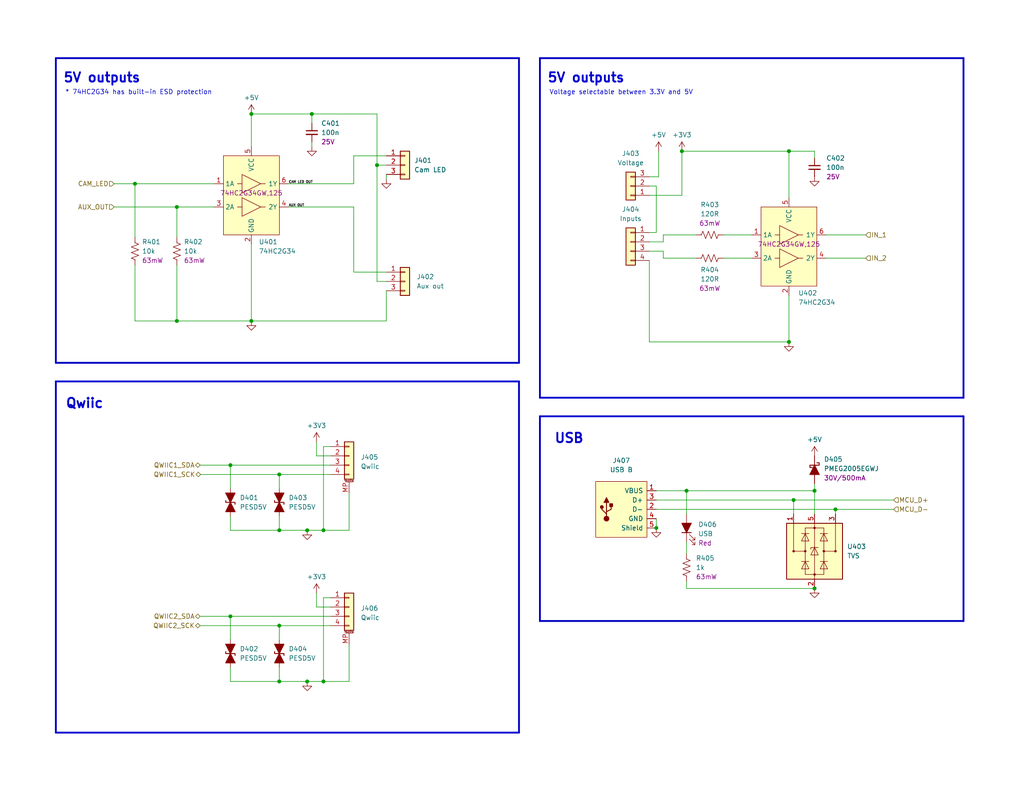
<source format=kicad_sch>
(kicad_sch (version 20211123) (generator eeschema)
  (paper "USLetter")
  (title_block (title "Starfish") (date "2022-09-10") (rev "v0") (company "Winterbloom") (comment 1 "Alethea Flowers") (comment 2 "CERN-OHL-P V2") (comment 3 "jellyfish.wntr.dev"))
  (lib_symbols
    (symbol "74HC2G34_1"
      (property "Reference" "U" (at -7.62 11.43 0))
      (property "Value" "74HC2G34_1" (at 1.27 11.43 0))
      (property "MPN" "74HC2G34GW,125" (at 0 0 0))
      (symbol "74HC2G34_1_0_0"
        (pin input line (at -10.16 2.54 0) (length 2.54) (name "1A") (number "1"))
        (pin power_in line (at 0 -13.97 90) (length 2.54) (name "GND") (number "2"))
        (pin input line (at -10.16 -3.81 0) (length 2.54) (name "2A") (number "3"))
        (pin output line (at 10.16 -3.81 180) (length 2.54) (name "2Y") (number "4"))
        (pin power_in line (at 0 12.7 270) (length 2.54) (name "VCC") (number "5"))
        (pin output line (at 10.16 2.54 180) (length 2.54) (name "1Y") (number "6"))
      )
      (symbol "74HC2G34_1_0_1"
        (rectangle (start -7.62 10.16) (end 7.62 -11.43) (fill (type background)))
        (polyline (pts (xy -2.54 -3.81) (xy -3.81 -3.81)))
        (polyline (pts (xy -2.54 2.54) (xy -3.81 2.54)))
        (polyline (pts (xy 2.54 -3.81) (xy 3.81 -3.81)))
        (polyline (pts (xy 2.54 2.54) (xy 3.81 2.54)))
        (polyline (pts (xy -2.54 -5.08) (xy -2.54 -1.27) (xy 2.54 -3.81) (xy -2.54 -6.35) (xy -2.54 -5.08)))
        (polyline (pts (xy -2.54 1.27) (xy -2.54 5.08) (xy 2.54 2.54) (xy -2.54 0) (xy -2.54 1.27)))
      )
    )
    (symbol "Connector_Generic:Conn_01x03" (pin_names (offset 1.016) hide)
      (property "Reference" "J" (at 0 5.08 0))
      (property "Value" "Conn_01x03" (at 0 -5.08 0))
      (symbol "Conn_01x03_1_1"
        (rectangle (start -1.27 -2.413) (end 0 -2.667) (stroke (width 0.1524)))
        (rectangle (start -1.27 0.127) (end 0 -0.127) (stroke (width 0.1524)))
        (rectangle (start -1.27 2.667) (end 0 2.413) (stroke (width 0.1524)))
        (rectangle (start -1.27 3.81) (end 1.27 -3.81) (stroke (width 0.254)) (fill (type background)))
        (pin passive line (at -5.08 2.54 0) (length 3.81) (name "Pin_1") (number "1"))
        (pin passive line (at -5.08 0 0) (length 3.81) (name "Pin_2") (number "2"))
        (pin passive line (at -5.08 -2.54 0) (length 3.81) (name "Pin_3") (number "3"))
      )
    )
    (symbol "Connector_Generic:Conn_01x04" (pin_names (offset 1.016) hide)
      (property "Reference" "J" (at 0 5.08 0))
      (property "Value" "Conn_01x04" (at 0 -7.62 0))
      (symbol "Conn_01x04_1_1"
        (rectangle (start -1.27 -4.953) (end 0 -5.207) (stroke (width 0.1524)))
        (rectangle (start -1.27 -2.413) (end 0 -2.667) (stroke (width 0.1524)))
        (rectangle (start -1.27 0.127) (end 0 -0.127) (stroke (width 0.1524)))
        (rectangle (start -1.27 2.667) (end 0 2.413) (stroke (width 0.1524)))
        (rectangle (start -1.27 3.81) (end 1.27 -6.35) (stroke (width 0.254)) (fill (type background)))
        (pin passive line (at -5.08 2.54 0) (length 3.81) (name "Pin_1") (number "1"))
        (pin passive line (at -5.08 0 0) (length 3.81) (name "Pin_2") (number "2"))
        (pin passive line (at -5.08 -2.54 0) (length 3.81) (name "Pin_3") (number "3"))
        (pin passive line (at -5.08 -5.08 0) (length 3.81) (name "Pin_4") (number "4"))
      )
    )
    (symbol "Connector_Generic_MountingPin:Conn_01x04_MountingPin" (pin_names (offset 1.016) hide)
      (property "Reference" "J" (at 0 5.08 0))
      (property "Value" "Conn_01x04_MountingPin" (at 1.27 -7.62 0))
      (symbol "Conn_01x04_MountingPin_1_1"
        (rectangle (start -1.27 -4.953) (end 0 -5.207) (stroke (width 0.1524)))
        (rectangle (start -1.27 -2.413) (end 0 -2.667) (stroke (width 0.1524)))
        (rectangle (start -1.27 0.127) (end 0 -0.127) (stroke (width 0.1524)))
        (rectangle (start -1.27 2.667) (end 0 2.413) (stroke (width 0.1524)))
        (rectangle (start -1.27 3.81) (end 1.27 -6.35) (stroke (width 0.254)) (fill (type background)))
        (polyline (pts (xy -1.016 -7.112) (xy 1.016 -7.112)) (stroke (width 0.1524)))
        (text "Mounting" (at 0 -6.731 0) (effects (font (size 0.381 0.381))))
        (pin passive line (at -5.08 2.54 0) (length 3.81) (name "Pin_1") (number "1"))
        (pin passive line (at -5.08 0 0) (length 3.81) (name "Pin_2") (number "2"))
        (pin passive line (at -5.08 -2.54 0) (length 3.81) (name "Pin_3") (number "3"))
        (pin passive line (at -5.08 -5.08 0) (length 3.81) (name "Pin_4") (number "4"))
        (pin passive line (at 0 -10.16 90) (length 3.048) (name "MountPin") (number "MP"))
      )
    )
    (symbol "Device:C_Small" (pin_numbers hide) (pin_names (offset 0.254) hide)
      (property "Reference" "C" (at 0.254 1.778 0))
      (property "Value" "C_Small" (at 0.254 -2.032 0))
      (symbol "C_Small_0_1"
        (polyline (pts (xy -1.524 -0.508) (xy 1.524 -0.508)) (stroke (width 0.3302)))
        (polyline (pts (xy -1.524 0.508) (xy 1.524 0.508)) (stroke (width 0.3048)))
      )
      (symbol "C_Small_1_1"
        (pin passive line (at 0 2.54 270) (length 2.032) (name "~") (number "1"))
        (pin passive line (at 0 -2.54 90) (length 2.032) (name "~") (number "2"))
      )
    )
    (symbol "Device:D_Schottky_Filled" (pin_numbers hide) (pin_names (offset 1.016) hide)
      (property "Reference" "D" (at 0 2.54 0))
      (property "Value" "D_Schottky_Filled" (at 0 -2.54 0))
      (symbol "D_Schottky_Filled_0_1"
        (polyline (pts (xy 1.27 0) (xy -1.27 0)))
        (polyline (pts (xy 1.27 1.27) (xy 1.27 -1.27) (xy -1.27 0) (xy 1.27 1.27)) (stroke (width 0.254)) (fill (type outline)))
        (polyline (pts (xy -1.905 0.635) (xy -1.905 1.27) (xy -1.27 1.27) (xy -1.27 -1.27) (xy -0.635 -1.27) (xy -0.635 -0.635)) (stroke (width 0.254)))
      )
      (symbol "D_Schottky_Filled_1_1"
        (pin passive line (at -3.81 0 0) (length 2.54) (name "K") (number "1"))
        (pin passive line (at 3.81 0 180) (length 2.54) (name "A") (number "2"))
      )
    )
    (symbol "Device:D_TVS_Filled" (pin_numbers hide) (pin_names (offset 1.016) hide)
      (property "Reference" "D" (at 0 2.54 0))
      (property "Value" "D_TVS_Filled" (at 0 -2.54 0))
      (symbol "D_TVS_Filled_0_1"
        (polyline (pts (xy 1.27 0) (xy -1.27 0)))
        (polyline (pts (xy -2.54 -1.27) (xy 0 0) (xy -2.54 1.27) (xy -2.54 -1.27)) (stroke (width 0.254)) (fill (type outline)))
        (polyline (pts (xy 0.508 1.27) (xy 0 1.27) (xy 0 -1.27) (xy -0.508 -1.27)) (stroke (width 0.254)))
        (polyline (pts (xy 2.54 1.27) (xy 2.54 -1.27) (xy 0 0) (xy 2.54 1.27)) (stroke (width 0.254)) (fill (type outline)))
      )
      (symbol "D_TVS_Filled_1_1"
        (pin passive line (at -3.81 0 0) (length 2.54) (name "A1") (number "1"))
        (pin passive line (at 3.81 0 180) (length 2.54) (name "A2") (number "2"))
      )
    )
    (symbol "Device:LED_Filled" (pin_numbers hide) (pin_names (offset 1.016) hide)
      (property "Reference" "D" (at 0 2.54 0))
      (property "Value" "LED_Filled" (at 0 -2.54 0))
      (symbol "LED_Filled_0_1"
        (polyline (pts (xy -1.27 -1.27) (xy -1.27 1.27)) (stroke (width 0.254)))
        (polyline (pts (xy -1.27 0) (xy 1.27 0)))
        (polyline (pts (xy 1.27 -1.27) (xy 1.27 1.27) (xy -1.27 0) (xy 1.27 -1.27)) (stroke (width 0.254)) (fill (type outline)))
        (polyline (pts (xy -3.048 -0.762) (xy -4.572 -2.286) (xy -3.81 -2.286) (xy -4.572 -2.286) (xy -4.572 -1.524)))
        (polyline (pts (xy -1.778 -0.762) (xy -3.302 -2.286) (xy -2.54 -2.286) (xy -3.302 -2.286) (xy -3.302 -1.524)))
      )
      (symbol "LED_Filled_1_1"
        (pin passive line (at -3.81 0 0) (length 2.54) (name "K") (number "1"))
        (pin passive line (at 3.81 0 180) (length 2.54) (name "A") (number "2"))
      )
    )
    (symbol "Device:R_US" (pin_numbers hide) (pin_names (offset 0))
      (property "Reference" "R" (at 2.54 0 90))
      (property "Value" "R_US" (at -2.54 0 90))
      (symbol "R_US_0_1"
        (polyline (pts (xy 0 -2.286) (xy 0 -2.54)))
        (polyline (pts (xy 0 2.286) (xy 0 2.54)))
        (polyline (pts (xy 0 -0.762) (xy 1.016 -1.143) (xy 0 -1.524) (xy -1.016 -1.905) (xy 0 -2.286)))
        (polyline (pts (xy 0 0.762) (xy 1.016 0.381) (xy 0 0) (xy -1.016 -0.381) (xy 0 -0.762)))
        (polyline (pts (xy 0 2.286) (xy 1.016 1.905) (xy 0 1.524) (xy -1.016 1.143) (xy 0 0.762)))
      )
      (symbol "R_US_1_1"
        (pin passive line (at 0 3.81 270) (length 1.27) (name "~") (number "1"))
        (pin passive line (at 0 -3.81 90) (length 1.27) (name "~") (number "2"))
      )
    )
    (symbol "power:+3V3" (power) (pin_names (offset 0))
      (property "Value" "+3V3" (at 0 3.556 0))
      (symbol "+3V3_0_1"
        (polyline (pts (xy -0.762 1.27) (xy 0 2.54)))
        (polyline (pts (xy 0 0) (xy 0 2.54)))
        (polyline (pts (xy 0 2.54) (xy 0.762 1.27)))
      )
      (symbol "+3V3_1_1"
        (pin power_in line (at 0 0 90) (length 0) hide (name "+3V3") (number "1"))
      )
    )
    (symbol "power:+5V" (power) (pin_names (offset 0))
      (property "Value" "+5V" (at 0 3.556 0))
      (symbol "+5V_0_1"
        (polyline (pts (xy -0.762 1.27) (xy 0 2.54)))
        (polyline (pts (xy 0 0) (xy 0 2.54)))
        (polyline (pts (xy 0 2.54) (xy 0.762 1.27)))
      )
      (symbol "+5V_1_1"
        (pin power_in line (at 0 0 90) (length 0) hide (name "+5V") (number "1"))
      )
    )
    (symbol "power:GND" (power) (pin_names (offset 0))
      (property "Value" "GND" (at 0 -3.81 0))
      (symbol "GND_0_1"
        (polyline (pts (xy 0 0) (xy 0 -1.27) (xy 1.27 -1.27) (xy 0 -2.54) (xy -1.27 -1.27) (xy 0 -1.27)))
      )
      (symbol "GND_1_1"
        (pin power_in line (at 0 0 270) (length 0) hide (name "GND") (number "1"))
      )
    )
    (symbol "winterbloom:74HC2G34"
      (property "Reference" "U" (at -7.62 11.43 0))
      (property "Value" "74HC2G34" (at 1.27 11.43 0))
      (property "MPN" "74HC2G34GW,125" (at 0 0 0))
      (symbol "74HC2G34_0_0"
        (pin input line (at -10.16 2.54 0) (length 2.54) (name "1A") (number "1"))
        (pin power_in line (at 0 -13.97 90) (length 2.54) (name "GND") (number "2"))
        (pin input line (at -10.16 -3.81 0) (length 2.54) (name "2A") (number "3"))
        (pin output line (at 10.16 -3.81 180) (length 2.54) (name "2Y") (number "4"))
        (pin power_in line (at 0 12.7 270) (length 2.54) (name "VCC") (number "5"))
        (pin output line (at 10.16 2.54 180) (length 2.54) (name "1Y") (number "6"))
      )
      (symbol "74HC2G34_0_1"
        (rectangle (start -7.62 10.16) (end 7.62 -11.43) (fill (type background)))
        (polyline (pts (xy -2.54 -3.81) (xy -3.81 -3.81)))
        (polyline (pts (xy -2.54 2.54) (xy -3.81 2.54)))
        (polyline (pts (xy 2.54 -3.81) (xy 3.81 -3.81)))
        (polyline (pts (xy 2.54 2.54) (xy 3.81 2.54)))
        (polyline (pts (xy -2.54 -5.08) (xy -2.54 -1.27) (xy 2.54 -3.81) (xy -2.54 -6.35) (xy -2.54 -5.08)))
        (polyline (pts (xy -2.54 1.27) (xy -2.54 5.08) (xy 2.54 2.54) (xy -2.54 0) (xy -2.54 1.27)))
      )
    )
    (symbol "winterbloom:USBLC6-2SC6" (pin_names hide)
      (property "Reference" "U4" (at -7.62 -8.89 0))
      (property "Value" "USBLC6-2SC6" (at 2.54 -8.89 0))
      (symbol "USBLC6-2SC6_0_1"
        (rectangle (start -7.62 -7.62) (end 7.62 7.62) (stroke (width 0.254)) (fill (type background)))
        (circle (center -5.715 0) (radius 0.254) (fill (type outline)))
        (circle (center -2.54 0) (radius 0.254) (fill (type outline)))
        (rectangle (start -2.54 6.35) (end 2.54 -6.35))
        (circle (center 0 -6.35) (radius 0.254) (fill (type outline)))
        (polyline (pts (xy -1.524 -2.794) (xy -3.556 -2.794)))
        (polyline (pts (xy -1.524 4.826) (xy -3.556 4.826)))
        (polyline (pts (xy 0 -7.62) (xy 0 -6.35)))
        (polyline (pts (xy 0 -6.35) (xy 0 1.27)))
        (polyline (pts (xy 0 1.27) (xy 0 6.35)))
        (polyline (pts (xy 0 6.35) (xy 0 7.62)))
        (polyline (pts (xy 1.524 -2.794) (xy 3.556 -2.794)))
        (polyline (pts (xy 1.524 4.826) (xy 3.556 4.826)))
        (polyline (pts (xy -2.54 0) (xy -5.715 0) (xy -5.715 7.62)))
        (polyline (pts (xy 2.54 0) (xy 5.715 0) (xy 5.715 7.62)))
        (polyline (pts (xy -3.556 -4.826) (xy -1.524 -4.826) (xy -2.54 -2.794) (xy -3.556 -4.826)))
        (polyline (pts (xy -3.556 2.794) (xy -1.524 2.794) (xy -2.54 4.826) (xy -3.556 2.794)))
        (polyline (pts (xy -1.016 -1.016) (xy 1.016 -1.016) (xy 0 1.016) (xy -1.016 -1.016)))
        (polyline (pts (xy 1.016 1.016) (xy 0.762 1.016) (xy -1.016 1.016) (xy -1.016 0.508)))
        (polyline (pts (xy 3.556 -4.826) (xy 1.524 -4.826) (xy 2.54 -2.794) (xy 3.556 -4.826)))
        (polyline (pts (xy 3.556 2.794) (xy 1.524 2.794) (xy 2.54 4.826) (xy 3.556 2.794)))
        (circle (center 0 6.35) (radius 0.254) (fill (type outline)))
        (circle (center 2.54 0) (radius 0.254) (fill (type outline)))
        (circle (center 5.715 0) (radius 0.254) (fill (type outline)))
      )
      (symbol "USBLC6-2SC6_1_1"
        (pin passive line (at -5.715 10.16 270) (length 2.54) (name "D-") (number "1"))
        (pin passive line (at 0 -10.16 90) (length 2.54) (name "GND") (number "2"))
        (pin passive line (at 5.715 10.16 270) (length 2.54) (name "D+") (number "3"))
        (pin passive line (at 5.715 10.16 270) (length 2.54) hide (name "D+") (number "4"))
        (pin passive line (at 0 10.16 270) (length 2.54) (name "VBUS") (number "5"))
        (pin passive line (at -5.715 10.16 270) (length 2.54) hide (name "D-") (number "6"))
      )
    )
    (symbol "winterbloom:USB_B_Receptacle" (pin_names (offset 1.016))
      (property "Reference" "J" (at -7.62 8.89 0))
      (property "Value" "USB_B_Receptacle" (at -7.62 -8.89 0))
      (symbol "USB_B_Receptacle_0_0"
        (rectangle (start 6.35 -7.62) (end -7.62 7.62) (fill (type background)))
      )
      (symbol "USB_B_Receptacle_0_1"
        (circle (center -5.969 0.635) (radius 0.381) (stroke (width 0.254)) (fill (type outline)))
        (circle (center -4.699 -2.54) (radius 0.635) (stroke (width 0.254)) (fill (type outline)))
        (rectangle (start -3.81 1.524) (end -3.048 0.762) (stroke (width 0.254)) (fill (type outline)))
        (polyline (pts (xy -4.699 -0.635) (xy -4.699 1.905)) (stroke (width 0.254)))
        (polyline (pts (xy -5.334 1.905) (xy -4.064 1.905) (xy -4.699 3.175) (xy -5.334 1.905)) (stroke (width 0.254)) (fill (type outline)))
        (polyline (pts (xy -4.699 -1.905) (xy -4.699 -1.27) (xy -5.969 0) (xy -5.969 0.635)) (stroke (width 0.254)))
        (polyline (pts (xy -4.699 -1.27) (xy -4.699 -0.635) (xy -3.429 0) (xy -3.429 1.27)) (stroke (width 0.254)))
      )
      (symbol "USB_B_Receptacle_1_1"
        (pin power_out line (at 8.89 5.08 180) (length 2.54) (name "VBUS") (number "1"))
        (pin passive line (at 8.89 0 180) (length 2.54) (name "D-") (number "2"))
        (pin passive line (at 8.89 2.54 180) (length 2.54) (name "D+") (number "3"))
        (pin passive line (at 8.89 -2.54 180) (length 2.54) (name "GND") (number "4"))
        (pin passive line (at 8.89 -5.08 180) (length 2.54) (name "Shield") (number "5"))
      )
    )
  )
  (junction (at 88.265 144.78))
  (junction (at 215.265 93.345))
  (junction (at 83.82 186.055))
  (junction (at 215.265 41.275))
  (junction (at 83.82 144.78))
  (junction (at 102.87 45.085))
  (junction (at 76.2 144.78))
  (junction (at 187.325 133.985))
  (junction (at 68.58 31.115))
  (junction (at 179.07 144.145))
  (junction (at 48.26 87.63))
  (junction (at 186.055 41.275))
  (junction (at 76.2 170.815))
  (junction (at 85.09 31.115))
  (junction (at 222.25 133.985))
  (junction (at 222.25 160.655))
  (junction (at 68.58 87.63))
  (junction (at 48.26 56.515))
  (junction (at 227.965 139.065))
  (junction (at 62.865 168.275))
  (junction (at 76.2 129.54))
  (junction (at 36.83 50.165))
  (junction (at 76.2 186.055))
  (junction (at 88.265 186.055))
  (junction (at 216.535 136.525))
  (junction (at 62.865 127))
  (wire (pts (xy 76.2 144.78) (xy 62.865 144.78)))
  (wire (pts (xy 85.09 31.115) (xy 85.09 33.655)))
  (wire (pts (xy 96.52 74.295) (xy 96.52 56.515)))
  (wire (pts (xy 62.865 127) (xy 90.17 127)))
  (wire (pts (xy 76.2 170.815) (xy 90.17 170.815)))
  (polyline (pts (xy 15.24 15.875) (xy 141.605 15.875)) (stroke (width 0.5) (type solid)))
  (wire (pts (xy 179.07 133.985) (xy 187.325 133.985)))
  (wire (pts (xy 54.61 127) (xy 62.865 127)))
  (polyline (pts (xy 262.89 15.875) (xy 262.89 108.585)) (stroke (width 0.5) (type solid)))
  (wire (pts (xy 88.265 121.92) (xy 88.265 144.78)))
  (wire (pts (xy 68.58 87.63) (xy 105.41 87.63)))
  (wire (pts (xy 215.265 41.275) (xy 222.25 41.275)))
  (wire (pts (xy 179.07 63.5) (xy 177.165 63.5)))
  (wire (pts (xy 216.535 136.525) (xy 243.84 136.525)))
  (polyline (pts (xy 141.605 99.06) (xy 15.24 99.06)) (stroke (width 0.5) (type solid)))
  (wire (pts (xy 85.09 38.735) (xy 85.09 40.005)))
  (polyline (pts (xy 147.32 15.875) (xy 147.32 108.585)) (stroke (width 0.5) (type solid)))
  (wire (pts (xy 54.61 168.275) (xy 62.865 168.275)))
  (polyline (pts (xy 141.605 104.14) (xy 141.605 200.025)) (stroke (width 0.5) (type solid)))
  (wire (pts (xy 76.2 170.815) (xy 76.2 174.625)))
  (polyline (pts (xy 15.24 104.14) (xy 141.605 104.14)) (stroke (width 0.5) (type solid)))
  (polyline (pts (xy 141.605 200.025) (xy 15.24 200.025)) (stroke (width 0.5) (type solid)))
  (wire (pts (xy 177.165 68.58) (xy 180.975 68.58)))
  (wire (pts (xy 215.265 93.345) (xy 215.265 80.645)))
  (wire (pts (xy 62.865 127) (xy 62.865 133.35)))
  (wire (pts (xy 187.325 160.655) (xy 187.325 158.75)))
  (wire (pts (xy 62.865 168.275) (xy 90.17 168.275)))
  (wire (pts (xy 197.485 70.485) (xy 205.105 70.485)))
  (wire (pts (xy 86.36 120.65) (xy 86.36 124.46)))
  (wire (pts (xy 68.58 31.115) (xy 85.09 31.115)))
  (wire (pts (xy 222.25 133.985) (xy 222.25 140.335)))
  (wire (pts (xy 58.42 50.165) (xy 36.83 50.165)))
  (wire (pts (xy 177.165 71.12) (xy 177.165 93.345)))
  (wire (pts (xy 227.965 139.065) (xy 243.84 139.065)))
  (wire (pts (xy 186.055 41.275) (xy 215.265 41.275)))
  (wire (pts (xy 180.975 70.485) (xy 189.865 70.485)))
  (wire (pts (xy 83.82 144.78) (xy 88.265 144.78)))
  (wire (pts (xy 31.115 56.515) (xy 48.26 56.515)))
  (wire (pts (xy 88.265 186.055) (xy 95.25 186.055)))
  (wire (pts (xy 68.58 31.115) (xy 68.58 40.005)))
  (wire (pts (xy 177.165 48.26) (xy 179.705 48.26)))
  (wire (pts (xy 179.07 141.605) (xy 179.07 144.145)))
  (wire (pts (xy 88.265 163.195) (xy 88.265 186.055)))
  (polyline (pts (xy 262.89 113.665) (xy 262.89 169.545)) (stroke (width 0.5) (type solid)))
  (wire (pts (xy 68.58 87.63) (xy 68.58 66.675)))
  (wire (pts (xy 186.055 41.275) (xy 186.055 53.34)))
  (polyline (pts (xy 147.32 15.875) (xy 262.89 15.875)) (stroke (width 0.5) (type solid)))
  (wire (pts (xy 36.83 50.165) (xy 36.83 64.77)))
  (wire (pts (xy 216.535 136.525) (xy 216.535 140.335)))
  (wire (pts (xy 225.425 64.135) (xy 236.22 64.135)))
  (wire (pts (xy 177.165 93.345) (xy 215.265 93.345)))
  (wire (pts (xy 96.52 50.165) (xy 78.74 50.165)))
  (wire (pts (xy 76.2 182.245) (xy 76.2 186.055)))
  (wire (pts (xy 105.41 87.63) (xy 105.41 79.375)))
  (wire (pts (xy 187.325 133.985) (xy 222.25 133.985)))
  (wire (pts (xy 187.325 151.13) (xy 187.325 147.955)))
  (wire (pts (xy 180.975 66.04) (xy 177.165 66.04)))
  (wire (pts (xy 95.25 134.62) (xy 95.25 144.78)))
  (wire (pts (xy 180.975 64.135) (xy 189.865 64.135)))
  (wire (pts (xy 86.36 165.735) (xy 90.17 165.735)))
  (wire (pts (xy 88.265 144.78) (xy 95.25 144.78)))
  (wire (pts (xy 102.87 76.835) (xy 105.41 76.835)))
  (wire (pts (xy 222.25 41.275) (xy 222.25 43.18)))
  (wire (pts (xy 31.115 50.165) (xy 36.83 50.165)))
  (wire (pts (xy 36.83 87.63) (xy 48.26 87.63)))
  (wire (pts (xy 227.965 139.065) (xy 227.965 140.335)))
  (wire (pts (xy 83.82 186.055) (xy 88.265 186.055)))
  (polyline (pts (xy 15.24 104.14) (xy 15.24 200.025)) (stroke (width 0.5) (type solid)))
  (wire (pts (xy 180.975 64.135) (xy 180.975 66.04)))
  (wire (pts (xy 85.09 31.115) (xy 102.87 31.115)))
  (wire (pts (xy 76.2 140.97) (xy 76.2 144.78)))
  (wire (pts (xy 62.865 186.055) (xy 62.865 182.245)))
  (wire (pts (xy 76.2 129.54) (xy 76.2 133.35)))
  (wire (pts (xy 62.865 144.78) (xy 62.865 140.97)))
  (polyline (pts (xy 147.32 113.665) (xy 147.32 169.545)) (stroke (width 0.5) (type solid)))
  (wire (pts (xy 102.87 45.085) (xy 102.87 76.835)))
  (polyline (pts (xy 141.605 15.875) (xy 141.605 99.06)) (stroke (width 0.5) (type solid)))
  (wire (pts (xy 86.36 124.46) (xy 90.17 124.46)))
  (polyline (pts (xy 15.24 15.875) (xy 15.24 99.06)) (stroke (width 0.5) (type solid)))
  (wire (pts (xy 222.25 132.08) (xy 222.25 133.985)))
  (wire (pts (xy 102.87 31.115) (xy 102.87 45.085)))
  (wire (pts (xy 179.07 136.525) (xy 216.535 136.525)))
  (wire (pts (xy 179.705 48.26) (xy 179.705 41.275)))
  (wire (pts (xy 197.485 64.135) (xy 205.105 64.135)))
  (wire (pts (xy 179.07 139.065) (xy 227.965 139.065)))
  (wire (pts (xy 90.17 121.92) (xy 88.265 121.92)))
  (wire (pts (xy 48.26 87.63) (xy 48.26 72.39)))
  (wire (pts (xy 48.26 64.77) (xy 48.26 56.515)))
  (wire (pts (xy 187.325 133.985) (xy 187.325 140.335)))
  (polyline (pts (xy 147.32 113.665) (xy 262.89 113.665)) (stroke (width 0.5) (type solid)))
  (wire (pts (xy 36.83 72.39) (xy 36.83 87.63)))
  (wire (pts (xy 177.165 50.8) (xy 179.07 50.8)))
  (wire (pts (xy 62.865 168.275) (xy 62.865 174.625)))
  (wire (pts (xy 96.52 56.515) (xy 78.74 56.515)))
  (wire (pts (xy 90.17 163.195) (xy 88.265 163.195)))
  (wire (pts (xy 96.52 42.545) (xy 96.52 50.165)))
  (wire (pts (xy 222.25 160.655) (xy 187.325 160.655)))
  (wire (pts (xy 54.61 129.54) (xy 76.2 129.54)))
  (wire (pts (xy 102.87 45.085) (xy 105.41 45.085)))
  (wire (pts (xy 54.61 170.815) (xy 76.2 170.815)))
  (wire (pts (xy 86.36 161.925) (xy 86.36 165.735)))
  (wire (pts (xy 76.2 129.54) (xy 90.17 129.54)))
  (wire (pts (xy 95.25 175.895) (xy 95.25 186.055)))
  (wire (pts (xy 96.52 74.295) (xy 105.41 74.295)))
  (wire (pts (xy 215.265 41.275) (xy 215.265 53.975)))
  (wire (pts (xy 180.975 68.58) (xy 180.975 70.485)))
  (wire (pts (xy 105.41 42.545) (xy 96.52 42.545)))
  (wire (pts (xy 83.82 186.055) (xy 76.2 186.055)))
  (polyline (pts (xy 262.89 169.545) (xy 147.32 169.545)) (stroke (width 0.5) (type solid)))
  (wire (pts (xy 48.26 56.515) (xy 58.42 56.515)))
  (wire (pts (xy 179.07 50.8) (xy 179.07 63.5)))
  (wire (pts (xy 68.58 87.63) (xy 48.26 87.63)))
  (wire (pts (xy 225.425 70.485) (xy 236.22 70.485)))
  (wire (pts (xy 186.055 53.34) (xy 177.165 53.34)))
  (wire (pts (xy 83.82 144.78) (xy 76.2 144.78)))
  (wire (pts (xy 76.2 186.055) (xy 62.865 186.055)))
  (wire (pts (xy 105.41 48.895) (xy 105.41 47.625)))
  (polyline (pts (xy 262.89 108.585) (xy 147.32 108.585)) (stroke (width 0.5) (type solid)))
  (text "5V outputs" (at 149.225 22.86 0) (effects (font (size 2.54 2.54) bold) (justify left bottom)))
  (text "Qwiic" (at 17.78 111.76 0) (effects (font (size 2.54 2.54) bold) (justify left bottom)))
  (text "* 74HC2G34 has built-in ESD protection" (at 17.78 26.035 0) (effects (font (size 1.27 1.27)) (justify left bottom)))
  (text "5V outputs" (at 17.145 22.86 0) (effects (font (size 2.54 2.54) bold) (justify left bottom)))
  (text "USB" (at 151.13 121.285 0) (effects (font (size 2.54 2.54) bold) (justify left bottom)))
  (text "Voltage selectable between 3.3V and 5V" (at 149.86 26.035 0) (effects (font (size 1.27 1.27)) (justify left bottom)))
  (label "AUX OUT" (at 78.74 56.515 0) (effects (font (size 0.64 0.64))))
  (label "CAM LED OUT" (at 78.74 50.165 0) (effects (font (size 0.64 0.64))))
  (hierarchical_label "IN_1" (shape input) (at 236.22 64.135 0))
  (hierarchical_label "QWIIC2_SDA" (shape bidirectional) (at 54.61 168.275 180))
  (hierarchical_label "QWIIC1_SDA" (shape bidirectional) (at 54.61 127 180))
  (hierarchical_label "CAM_LED" (shape input) (at 31.115 50.165 180))
  (hierarchical_label "IN_2" (shape input) (at 236.22 70.485 0))
  (hierarchical_label "MCU_D-" (shape input) (at 243.84 139.065 0))
  (hierarchical_label "AUX_OUT" (shape input) (at 31.115 56.515 180))
  (hierarchical_label "MCU_D+" (shape input) (at 243.84 136.525 0))
  (hierarchical_label "QWIIC1_SCK" (shape bidirectional) (at 54.738 129.54 180))
  (hierarchical_label "QWIIC2_SCK" (shape bidirectional) (at 54.61 170.815 180))
  (symbol (lib_id "power:+3V3") (at 186.055 41.275 0) (unit 1)
    (property "Reference" "#PWR0406" (effects hide))
    (property "Value" "+3V3" (at 186.055 36.83 0))
  )
  (symbol (lib_id "Device:D_TVS_Filled") (at 62.865 178.435 90) (unit 1)
    (property "Reference" "D402" (at 65.405 177.1649 90) (effects (justify right)))
    (property "Value" "PESD5V" (at 65.405 179.7049 90) (effects (justify right)))
    (property "Footprint" "winterbloom:D_SOD-323" (effects hide))
    (property "Datasheet" "https://assets.nexperia.com/documents/data-sheet/PESD5V0U1BA_BB_BL.pdf" (effects hide))
    (property "mpn" "PESD5V0X1BT,215" (effects hide))
    (property "Rating" "TVS" (effects hide))
    (property "Notes" "DOUBLE CHECK FOOTPRINT" (effects hide))
    (property "MPN" "PESD5V0U1BA,115" (effects hide))
  )
  (symbol (lib_id "Connector_Generic:Conn_01x03") (at 110.49 76.835 0) (unit 1)
    (property "Reference" "J402" (at 113.665 75.5649 0) (effects (justify left)))
    (property "Value" "Aux out" (at 113.665 78.1049 0) (effects (justify left)))
    (property "Footprint" "winterbloom:JST_XH_B3B-XH-AM_1x03_P2.50mm_Vertical" (effects hide))
  )
  (symbol (lib_id "Device:R_US") (at 187.325 154.94 0) (unit 1)
    (property "Reference" "R405" (at 189.865 152.3999 0) (effects (justify left)))
    (property "Value" "1k" (at 189.865 154.9399 0) (effects (justify left)))
    (property "Footprint" "winterbloom:R_0402_HandSolder" (effects hide))
    (property "mpn" "RC0402JR-071KL" (effects hide))
    (property "Rating" "63mW" (at 189.865 157.4799 0) (effects (justify left)))
  )
  (symbol (lib_id "Device:R_US") (at 36.83 68.58 180) (unit 1)
    (property "Reference" "R401" (at 38.735 66.0399 0) (effects (justify right)))
    (property "Value" "10k" (at 38.735 68.5799 0) (effects (justify right)))
    (property "Footprint" "winterbloom:R_0402_HandSolder" (effects hide))
    (property "mpn" "RC0402JR-0710KL" (effects hide))
    (property "Rating" "63mW" (at 38.735 71.1199 0) (effects (justify right)))
  )
  (symbol (lib_id "Device:LED_Filled") (at 187.325 144.145 90) (unit 1)
    (property "Reference" "D406" (at 190.5 143.1924 90) (effects (justify right)))
    (property "Value" "USB" (at 190.5 145.7324 90) (effects (justify right)))
    (property "Footprint" "winterbloom:LED_0805_Kingbright_APT2012" (effects hide))
    (property "Datasheet" "https://www.kingbrightusa.com/images/catalog/SPEC/APT2012EC.pdf" (effects hide))
    (property "mpn" "APT2012EC" (effects hide))
    (property "Rating" "Red" (at 190.5 148.2724 90) (effects (justify right)))
  )
  (symbol (lib_id "Connector_Generic:Conn_01x03") (at 110.49 45.085 0) (unit 1)
    (property "Reference" "J401" (at 113.03 43.8149 0) (effects (justify left)))
    (property "Value" "Cam LED" (at 113.03 46.3549 0) (effects (justify left)))
    (property "Footprint" "winterbloom:JST_XH_B3B-XH-AM_1x03_P2.50mm_Vertical" (effects hide))
  )
  (symbol (lib_id "Device:R_US") (at 193.675 70.485 270) (unit 1)
    (property "Reference" "R404" (at 193.675 73.66 90))
    (property "Value" "120R" (at 193.675 76.2 90))
    (property "Footprint" "winterbloom:R_0402_HandSolder" (effects hide))
    (property "Rating" "63mW" (at 193.675 78.74 90))
  )
  (symbol (lib_id "Device:D_TVS_Filled") (at 76.2 178.435 90) (unit 1)
    (property "Reference" "D404" (at 78.74 177.1649 90) (effects (justify right)))
    (property "Value" "PESD5V" (at 78.74 179.7049 90) (effects (justify right)))
    (property "Footprint" "winterbloom:D_SOD-323" (effects hide))
    (property "Datasheet" "https://assets.nexperia.com/documents/data-sheet/PESD5V0U1BA_BB_BL.pdf" (effects hide))
    (property "mpn" "PESD5V0X1BT,215" (effects hide))
    (property "Rating" "TVS" (effects hide))
    (property "Notes" "DOUBLE CHECK FOOTPRINT" (effects hide))
    (property "MPN" "PESD5V0U1BA,115" (effects hide))
  )
  (symbol (lib_id "power:GND") (at 215.265 93.345 0) (mirror y) (unit 1)
    (property "Reference" "#PWR0407" (effects hide))
    (property "Value" "GND" (effects hide))
  )
  (symbol (lib_id "power:GND") (at 222.25 160.655 0) (unit 1)
    (property "Reference" "#PWR0415" (effects hide))
    (property "Value" "GND" (effects hide))
  )
  (symbol (lib_id "power:+3V3") (at 86.36 120.65 0) (unit 1)
    (property "Reference" "#PWR0411" (effects hide))
    (property "Value" "+3V3" (at 86.36 116.205 0))
  )
  (symbol (lib_id "Device:D_TVS_Filled") (at 76.2 137.16 90) (unit 1)
    (property "Reference" "D403" (at 78.74 135.8899 90) (effects (justify right)))
    (property "Value" "PESD5V" (at 78.74 138.4299 90) (effects (justify right)))
    (property "Footprint" "winterbloom:D_SOD-323" (effects hide))
    (property "Datasheet" "https://assets.nexperia.com/documents/data-sheet/PESD5V0U1BA_BB_BL.pdf" (effects hide))
    (property "mpn" "PESD5V0X1BT,215" (effects hide))
    (property "Rating" "TVS" (effects hide))
    (property "Notes" "DOUBLE CHECK FOOTPRINT" (effects hide))
    (property "MPN" "PESD5V0U1BA,115" (effects hide))
  )
  (symbol (lib_id "Device:D_TVS_Filled") (at 62.865 137.16 90) (unit 1)
    (property "Reference" "D401" (at 65.405 135.8899 90) (effects (justify right)))
    (property "Value" "PESD5V" (at 65.405 138.4299 90) (effects (justify right)))
    (property "Footprint" "winterbloom:D_SOD-323" (effects hide))
    (property "Datasheet" "https://assets.nexperia.com/documents/data-sheet/PESD5V0U1BA_BB_BL.pdf" (effects hide))
    (property "mpn" "PESD5V0X1BT,215" (effects hide))
    (property "Rating" "TVS" (effects hide))
    (property "Notes" "DOUBLE CHECK FOOTPRINT" (effects hide))
    (property "MPN" "PESD5V0U1BA,115" (effects hide))
  )
  (symbol (lib_id "power:GND") (at 83.82 186.055 0) (unit 1)
    (property "Reference" "#PWR0410" (effects hide))
    (property "Value" "GND" (effects hide))
  )
  (symbol (lib_id "winterbloom:USB_B_Receptacle") (at 170.18 139.065 0) (unit 1)
    (property "Reference" "J407" (at 169.545 125.73 0))
    (property "Value" "USB B" (at 169.545 128.27 0))
    (property "Footprint" "winterbloom:USB_B_Receptacle_Horizontal" (effects hide))
  )
  (symbol (lib_id "Device:D_Schottky_Filled") (at 222.25 128.27 270) (unit 1)
    (property "Reference" "D405" (at 224.79 125.4124 90) (effects (justify left)))
    (property "Value" "PMEG2005EGWJ" (at 224.79 127.9524 90) (effects (justify left)))
    (property "Footprint" "winterbloom:D_SOD-123" (effects hide))
    (property "Datasheet" "https://assets.nexperia.com/documents/data-sheet/PMEG2005EGW.pdf" (effects hide))
    (property "Rating" "30V/500mA" (at 224.79 130.4924 90) (effects (justify left)))
    (property "mpn" "PMEG2005EGWJ, PMEG3005EGWX" (effects hide))
  )
  (symbol (lib_id "power:+5V") (at 179.705 41.275 0) (mirror y) (unit 1)
    (property "Reference" "#PWR0405" (effects hide))
    (property "Value" "+5V" (at 179.705 36.83 0))
  )
  (symbol (lib_id "power:GND") (at 179.07 144.145 0) (unit 1)
    (property "Reference" "#PWR0413" (effects hide))
    (property "Value" "GND" (effects hide))
  )
  (symbol (lib_id "winterbloom:74HC2G34") (at 68.58 52.705 0) (unit 1)
    (property "Reference" "U401" (at 70.5994 66.04 0) (effects (justify left)))
    (property "Value" "74HC2G34" (at 70.5994 68.58 0) (effects (justify left)))
    (property "Footprint" "Package_TO_SOT_SMD:SOT-363_SC-70-6" (effects hide))
    (property "Datasheet" "https://assets.nexperia.com/documents/data-sheet/74HC_HCT2G34.pdf" (effects hide))
    (property "mpn" "74HC2G34GW,125" (effects hide))
    (property "MPN" "74HC2G34GW,125" (at 68.58 52.705 0))
  )
  (symbol (lib_id "power:+3V3") (at 86.36 161.925 0) (unit 1)
    (property "Reference" "#PWR0412" (effects hide))
    (property "Value" "+3V3" (at 86.36 157.48 0))
  )
  (symbol (lib_id "Connector_Generic:Conn_01x03") (at 172.085 50.8 180) (unit 1)
    (property "Reference" "J403" (at 172.085 41.91 0))
    (property "Value" "Voltage" (at 172.085 44.45 0))
    (property "Footprint" "Connector_PinHeader_2.54mm:PinHeader_1x03_P2.54mm_Vertical" (effects hide))
  )
  (symbol (lib_id "Device:R_US") (at 48.26 68.58 180) (unit 1)
    (property "Reference" "R402" (at 50.165 66.0399 0) (effects (justify right)))
    (property "Value" "10k" (at 50.165 68.5799 0) (effects (justify right)))
    (property "Footprint" "winterbloom:R_0402_HandSolder" (effects hide))
    (property "mpn" "RC0402JR-0710KL" (effects hide))
    (property "Rating" "63mW" (at 50.165 71.1199 0) (effects (justify right)))
  )
  (symbol (lib_id "power:GND") (at 83.82 144.78 0) (unit 1)
    (property "Reference" "#PWR0409" (effects hide))
    (property "Value" "GND" (effects hide))
  )
  (symbol (lib_id "power:GND") (at 85.09 40.005 0) (unit 1)
    (property "Reference" "#PWR0403" (effects hide))
    (property "Value" "GND" (effects hide))
  )
  (symbol (lib_id "power:GND") (at 68.58 87.63 0) (unit 1)
    (property "Reference" "#PWR0402" (effects hide))
    (property "Value" "GND" (effects hide))
  )
  (symbol (lib_id "Device:R_US") (at 193.675 64.135 270) (unit 1)
    (property "Reference" "R403" (at 193.675 55.88 90))
    (property "Value" "120R" (at 193.675 58.42 90))
    (property "Footprint" "winterbloom:R_0402_HandSolder" (effects hide))
    (property "Rating" "63mW" (at 193.675 60.96 90))
  )
  (symbol (lib_id "Connector_Generic_MountingPin:Conn_01x04_MountingPin") (at 95.25 165.735 0) (unit 1)
    (property "Reference" "J406" (at 98.4166 166.0905 0) (effects (justify left)))
    (property "Value" "Qwiic" (at 98.4166 168.6305 0) (effects (justify left)))
    (property "Footprint" "winterbloom:JST_SH_SM04B-SRSS-TB_1x04-1MP_P1.00mm_Horizontal" (effects hide))
  )
  (symbol (lib_id "winterbloom:USBLC6-2SC6") (at 222.25 150.495 0) (unit 1)
    (property "Reference" "U403" (at 231.14 149.2249 0) (effects (justify left)))
    (property "Value" "TVS" (at 231.14 151.7649 0) (effects (justify left)))
    (property "Footprint" "Package_TO_SOT_SMD:SOT-23-6" (effects hide))
    (property "Datasheet" "https://www.st.com/resource/en/datasheet/usblc6-2.pdf" (effects hide))
    (property "mpn" "SRL05-TP" (effects hide))
  )
  (symbol (lib_id "power:+5V") (at 222.25 124.46 0) (unit 1)
    (property "Reference" "#PWR0414" (effects hide))
    (property "Value" "+5V" (at 222.25 120.015 0))
  )
  (symbol (lib_id "power:+5V") (at 68.58 31.115 0) (unit 1)
    (property "Reference" "#PWR0401" (effects hide))
    (property "Value" "+5V" (at 68.58 26.67 0))
  )
  (symbol (lib_id "Device:C_Small") (at 85.09 36.195 0) (unit 1)
    (property "Reference" "C401" (at 87.63 33.6612 0) (effects (justify left)))
    (property "Value" "100n" (at 87.63 36.2012 0) (effects (justify left)))
    (property "Footprint" "winterbloom:C_0402_HandSolder" (effects hide))
    (property "Rating" "25V" (at 87.63 38.7412 0) (effects (justify left)))
    (property "mpn" "CL05A104KA5NNNC" (effects hide))
  )
  (symbol (lib_id "Connector_Generic:Conn_01x04") (at 172.085 66.04 0) (mirror y) (unit 1)
    (property "Reference" "J404" (at 172.085 57.15 0))
    (property "Value" "Inputs" (at 172.085 59.69 0))
    (property "Footprint" "winterbloom:JST_XH_B4B-XH-AM_1x04_P2.50mm_Vertical" (effects hide))
  )
  (symbol (lib_id "power:GND") (at 222.25 48.26 0) (unit 1)
    (property "Reference" "#PWR0408" (effects hide))
    (property "Value" "GND" (effects hide))
  )
  (symbol (lib_id "Device:C_Small") (at 222.25 45.72 0) (unit 1)
    (property "Reference" "C402" (at 225.425 43.1862 0) (effects (justify left)))
    (property "Value" "100n" (at 225.425 45.7262 0) (effects (justify left)))
    (property "Footprint" "winterbloom:C_0402_HandSolder" (effects hide))
    (property "Rating" "25V" (at 225.425 48.2662 0) (effects (justify left)))
    (property "mpn" "CL05A104KA5NNNC" (effects hide))
  )
  (symbol (lib_name "74HC2G34_1") (lib_id "winterbloom:74HC2G34") (at 215.265 66.675 0) (unit 1)
    (property "Reference" "U402" (at 217.805 80.01 0) (effects (justify left)))
    (property "Value" "74HC2G34" (at 217.805 82.55 0) (effects (justify left)))
    (property "Footprint" "Package_TO_SOT_SMD:SOT-363_SC-70-6" (effects hide))
    (property "Datasheet" "https://assets.nexperia.com/documents/data-sheet/74HC_HCT2G34.pdf" (effects hide))
    (property "mpn" "74HC2G34GW,125" (effects hide))
    (property "MPN" "74HC2G34GW,125" (at 215.265 66.675 0))
  )
  (symbol (lib_id "Connector_Generic_MountingPin:Conn_01x04_MountingPin") (at 95.25 124.46 0) (unit 1)
    (property "Reference" "J405" (at 98.425 124.8155 0) (effects (justify left)))
    (property "Value" "Qwiic" (at 98.425 127.3555 0) (effects (justify left)))
    (property "Footprint" "winterbloom:JST_SH_SM04B-SRSS-TB_1x04-1MP_P1.00mm_Horizontal" (effects hide))
  )
  (symbol (lib_id "power:GND") (at 105.41 48.895 0) (unit 1)
    (property "Reference" "#PWR0404" (effects hide))
    (property "Value" "GND" (effects hide))
  )
)
</source>
